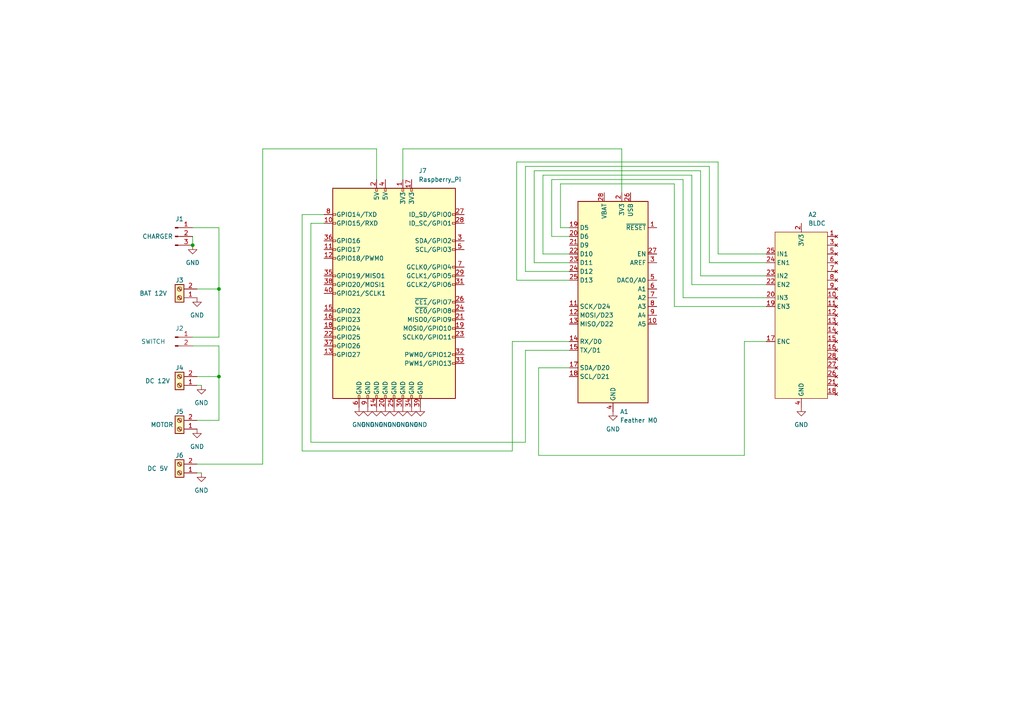
<source format=kicad_sch>
(kicad_sch (version 20211123) (generator eeschema)
  (paper "A4")
  (title_block (title "PiBLDC") (date "2023-08-15") (rev "v01") (company "Sony CSL - Paris") (comment 2 "https://creativecommons.org/licenses/by-sa/4.0/") (comment 3 "License: Creative Commons BY-SA 4.0") (comment 4 "Author: Peter Hanappe"))
  (lib_symbols
    (symbol "Connector:Conn_01x02_Male" (pin_names (offset 1.016) hide)
      (property "Reference" "J" (at 0 2.54 0))
      (property "Value" "Conn_01x02_Male" (at 0 -5.08 0))
      (symbol "Conn_01x02_Male_1_1"
        (polyline (pts (xy 1.27 -2.54) (xy 0.8636 -2.54)) (stroke (width 0.1524)))
        (polyline (pts (xy 1.27 0) (xy 0.8636 0)) (stroke (width 0.1524)))
        (rectangle (start 0.8636 -2.413) (end 0 -2.667) (stroke (width 0.1524)) (fill (type outline)))
        (rectangle (start 0.8636 0.127) (end 0 -0.127) (stroke (width 0.1524)) (fill (type outline)))
        (pin passive line (at 5.08 0 180) (length 3.81) (name "Pin_1") (number "1"))
        (pin passive line (at 5.08 -2.54 180) (length 3.81) (name "Pin_2") (number "2"))
      )
    )
    (symbol "Connector:Conn_01x03_Male" (pin_names (offset 1.016) hide)
      (property "Reference" "J" (at 0 5.08 0))
      (property "Value" "Conn_01x03_Male" (at 0 -5.08 0))
      (symbol "Conn_01x03_Male_1_1"
        (polyline (pts (xy 1.27 -2.54) (xy 0.8636 -2.54)) (stroke (width 0.1524)))
        (polyline (pts (xy 1.27 0) (xy 0.8636 0)) (stroke (width 0.1524)))
        (polyline (pts (xy 1.27 2.54) (xy 0.8636 2.54)) (stroke (width 0.1524)))
        (rectangle (start 0.8636 -2.413) (end 0 -2.667) (stroke (width 0.1524)) (fill (type outline)))
        (rectangle (start 0.8636 0.127) (end 0 -0.127) (stroke (width 0.1524)) (fill (type outline)))
        (rectangle (start 0.8636 2.667) (end 0 2.413) (stroke (width 0.1524)) (fill (type outline)))
        (pin passive line (at 5.08 2.54 180) (length 3.81) (name "Pin_1") (number "1"))
        (pin passive line (at 5.08 0 180) (length 3.81) (name "Pin_2") (number "2"))
        (pin passive line (at 5.08 -2.54 180) (length 3.81) (name "Pin_3") (number "3"))
      )
    )
    (symbol "Connector:Raspberry_Pi_2_3" (pin_names (offset 1.016))
      (property "Reference" "J" (at -17.78 31.75 0))
      (property "Value" "Raspberry_Pi_2_3" (at 10.16 -31.75 0))
      (symbol "Raspberry_Pi_2_3_0_1"
        (rectangle (start -17.78 30.48) (end 17.78 -30.48) (stroke (width 0.254)) (fill (type background)))
      )
      (symbol "Raspberry_Pi_2_3_1_1"
        (rectangle (start -16.891 -17.526) (end -17.78 -18.034))
        (rectangle (start -16.891 -14.986) (end -17.78 -15.494))
        (rectangle (start -16.891 -12.446) (end -17.78 -12.954))
        (rectangle (start -16.891 -9.906) (end -17.78 -10.414))
        (rectangle (start -16.891 -7.366) (end -17.78 -7.874))
        (rectangle (start -16.891 -4.826) (end -17.78 -5.334))
        (rectangle (start -16.891 0.254) (end -17.78 -0.254))
        (rectangle (start -16.891 2.794) (end -17.78 2.286))
        (rectangle (start -16.891 5.334) (end -17.78 4.826))
        (rectangle (start -16.891 10.414) (end -17.78 9.906))
        (rectangle (start -16.891 12.954) (end -17.78 12.446))
        (rectangle (start -16.891 15.494) (end -17.78 14.986))
        (rectangle (start -16.891 20.574) (end -17.78 20.066))
        (rectangle (start -16.891 23.114) (end -17.78 22.606))
        (rectangle (start -10.414 -29.591) (end -9.906 -30.48))
        (rectangle (start -7.874 -29.591) (end -7.366 -30.48))
        (rectangle (start -5.334 -29.591) (end -4.826 -30.48))
        (rectangle (start -5.334 30.48) (end -4.826 29.591))
        (rectangle (start -2.794 -29.591) (end -2.286 -30.48))
        (rectangle (start -2.794 30.48) (end -2.286 29.591))
        (rectangle (start -0.254 -29.591) (end 0.254 -30.48))
        (rectangle (start 2.286 -29.591) (end 2.794 -30.48))
        (rectangle (start 2.286 30.48) (end 2.794 29.591))
        (rectangle (start 4.826 -29.591) (end 5.334 -30.48))
        (rectangle (start 4.826 30.48) (end 5.334 29.591))
        (rectangle (start 7.366 -29.591) (end 7.874 -30.48))
        (rectangle (start 17.78 -20.066) (end 16.891 -20.574))
        (rectangle (start 17.78 -17.526) (end 16.891 -18.034))
        (rectangle (start 17.78 -12.446) (end 16.891 -12.954))
        (rectangle (start 17.78 -9.906) (end 16.891 -10.414))
        (rectangle (start 17.78 -7.366) (end 16.891 -7.874))
        (rectangle (start 17.78 -4.826) (end 16.891 -5.334))
        (rectangle (start 17.78 -2.286) (end 16.891 -2.794))
        (rectangle (start 17.78 2.794) (end 16.891 2.286))
        (rectangle (start 17.78 5.334) (end 16.891 4.826))
        (rectangle (start 17.78 7.874) (end 16.891 7.366))
        (rectangle (start 17.78 12.954) (end 16.891 12.446))
        (rectangle (start 17.78 15.494) (end 16.891 14.986))
        (rectangle (start 17.78 20.574) (end 16.891 20.066))
        (rectangle (start 17.78 23.114) (end 16.891 22.606))
        (pin power_in line (at 2.54 33.02 270) (length 2.54) (name "3V3") (number "1"))
        (pin bidirectional line (at -20.32 20.32 0) (length 2.54) (name "GPIO15/RXD") (number "10"))
        (pin bidirectional line (at -20.32 12.7 0) (length 2.54) (name "GPIO17") (number "11"))
        (pin bidirectional line (at -20.32 10.16 0) (length 2.54) (name "GPIO18/PWM0") (number "12"))
        (pin bidirectional line (at -20.32 -17.78 0) (length 2.54) (name "GPIO27") (number "13"))
        (pin power_in line (at -5.08 -33.02 90) (length 2.54) (name "GND") (number "14"))
        (pin bidirectional line (at -20.32 -5.08 0) (length 2.54) (name "GPIO22") (number "15"))
        (pin bidirectional line (at -20.32 -7.62 0) (length 2.54) (name "GPIO23") (number "16"))
        (pin power_in line (at 5.08 33.02 270) (length 2.54) (name "3V3") (number "17"))
        (pin bidirectional line (at -20.32 -10.16 0) (length 2.54) (name "GPIO24") (number "18"))
        (pin bidirectional line (at 20.32 -10.16 180) (length 2.54) (name "MOSI0/GPIO10") (number "19"))
        (pin power_in line (at -5.08 33.02 270) (length 2.54) (name "5V") (number "2"))
        (pin power_in line (at -2.54 -33.02 90) (length 2.54) (name "GND") (number "20"))
        (pin bidirectional line (at 20.32 -7.62 180) (length 2.54) (name "MISO0/GPIO9") (number "21"))
        (pin bidirectional line (at -20.32 -12.7 0) (length 2.54) (name "GPIO25") (number "22"))
        (pin bidirectional line (at 20.32 -12.7 180) (length 2.54) (name "SCLK0/GPIO11") (number "23"))
        (pin bidirectional line (at 20.32 -5.08 180) (length 2.54) (name "~{CE0}/GPIO8") (number "24"))
        (pin power_in line (at 0 -33.02 90) (length 2.54) (name "GND") (number "25"))
        (pin bidirectional line (at 20.32 -2.54 180) (length 2.54) (name "~{CE1}/GPIO7") (number "26"))
        (pin bidirectional line (at 20.32 22.86 180) (length 2.54) (name "ID_SD/GPIO0") (number "27"))
        (pin bidirectional line (at 20.32 20.32 180) (length 2.54) (name "ID_SC/GPIO1") (number "28"))
        (pin bidirectional line (at 20.32 5.08 180) (length 2.54) (name "GCLK1/GPIO5") (number "29"))
        (pin bidirectional line (at 20.32 15.24 180) (length 2.54) (name "SDA/GPIO2") (number "3"))
        (pin power_in line (at 2.54 -33.02 90) (length 2.54) (name "GND") (number "30"))
        (pin bidirectional line (at 20.32 2.54 180) (length 2.54) (name "GCLK2/GPIO6") (number "31"))
        (pin bidirectional line (at 20.32 -17.78 180) (length 2.54) (name "PWM0/GPIO12") (number "32"))
        (pin bidirectional line (at 20.32 -20.32 180) (length 2.54) (name "PWM1/GPIO13") (number "33"))
        (pin power_in line (at 5.08 -33.02 90) (length 2.54) (name "GND") (number "34"))
        (pin bidirectional line (at -20.32 5.08 0) (length 2.54) (name "GPIO19/MISO1") (number "35"))
        (pin bidirectional line (at -20.32 15.24 0) (length 2.54) (name "GPIO16") (number "36"))
        (pin bidirectional line (at -20.32 -15.24 0) (length 2.54) (name "GPIO26") (number "37"))
        (pin bidirectional line (at -20.32 2.54 0) (length 2.54) (name "GPIO20/MOSI1") (number "38"))
        (pin power_in line (at 7.62 -33.02 90) (length 2.54) (name "GND") (number "39"))
        (pin power_in line (at -2.54 33.02 270) (length 2.54) (name "5V") (number "4"))
        (pin bidirectional line (at -20.32 0 0) (length 2.54) (name "GPIO21/SCLK1") (number "40"))
        (pin bidirectional line (at 20.32 12.7 180) (length 2.54) (name "SCL/GPIO3") (number "5"))
        (pin power_in line (at -10.16 -33.02 90) (length 2.54) (name "GND") (number "6"))
        (pin bidirectional line (at 20.32 7.62 180) (length 2.54) (name "GCLK0/GPIO4") (number "7"))
        (pin bidirectional line (at -20.32 22.86 0) (length 2.54) (name "GPIO14/TXD") (number "8"))
        (pin power_in line (at -7.62 -33.02 90) (length 2.54) (name "GND") (number "9"))
      )
    )
    (symbol "Connector:Screw_Terminal_01x02" (pin_names (offset 1.016) hide)
      (property "Reference" "J" (at 0 2.54 0))
      (property "Value" "Screw_Terminal_01x02" (at 0 -5.08 0))
      (symbol "Screw_Terminal_01x02_1_1"
        (rectangle (start -1.27 1.27) (end 1.27 -3.81) (stroke (width 0.254)) (fill (type background)))
        (circle (center 0 -2.54) (radius 0.635) (stroke (width 0.1524)))
        (polyline (pts (xy -0.5334 -2.2098) (xy 0.3302 -3.048)) (stroke (width 0.1524)))
        (polyline (pts (xy -0.5334 0.3302) (xy 0.3302 -0.508)) (stroke (width 0.1524)))
        (polyline (pts (xy -0.3556 -2.032) (xy 0.508 -2.8702)) (stroke (width 0.1524)))
        (polyline (pts (xy -0.3556 0.508) (xy 0.508 -0.3302)) (stroke (width 0.1524)))
        (circle (center 0 0) (radius 0.635) (stroke (width 0.1524)))
        (pin passive line (at -5.08 0 0) (length 3.81) (name "Pin_1") (number "1"))
        (pin passive line (at -5.08 -2.54 0) (length 3.81) (name "Pin_2") (number "2"))
      )
    )
    (symbol "MCU_Module:Adafruit_Feather_M0_Basic_Proto"
      (property "Reference" "A" (at -10.16 29.21 0))
      (property "Value" "Adafruit_Feather_M0_Basic_Proto" (at 2.54 -31.75 0))
      (symbol "Adafruit_Feather_M0_Basic_Proto_0_1"
        (rectangle (start -10.16 27.94) (end 10.16 -30.48) (stroke (width 0.254)) (fill (type background)))
      )
      (symbol "Adafruit_Feather_M0_Basic_Proto_1_1"
        (pin input line (at 12.7 20.32 180) (length 2.54) (name "~{RESET}") (number "1"))
        (pin bidirectional line (at 12.7 -7.62 180) (length 2.54) (name "A5") (number "10"))
        (pin bidirectional line (at -12.7 -2.54 0) (length 2.54) (name "SCK/D24") (number "11"))
        (pin bidirectional line (at -12.7 -5.08 0) (length 2.54) (name "MOSI/D23") (number "12"))
        (pin bidirectional line (at -12.7 -7.62 0) (length 2.54) (name "MISO/D22") (number "13"))
        (pin bidirectional line (at -12.7 -12.7 0) (length 2.54) (name "RX/D0") (number "14"))
        (pin bidirectional line (at -12.7 -15.24 0) (length 2.54) (name "TX/D1") (number "15"))
        (pin passive line (at 0 -33.02 90) (length 2.54) hide (name "GND") (number "16"))
        (pin bidirectional line (at -12.7 -20.32 0) (length 2.54) (name "SDA/D20") (number "17"))
        (pin bidirectional line (at -12.7 -22.86 0) (length 2.54) (name "SCL/D21") (number "18"))
        (pin bidirectional line (at -12.7 20.32 0) (length 2.54) (name "D5") (number "19"))
        (pin power_in line (at 2.54 30.48 270) (length 2.54) (name "3V3") (number "2"))
        (pin bidirectional line (at -12.7 17.78 0) (length 2.54) (name "D6") (number "20"))
        (pin bidirectional line (at -12.7 15.24 0) (length 2.54) (name "D9") (number "21"))
        (pin bidirectional line (at -12.7 12.7 0) (length 2.54) (name "D10") (number "22"))
        (pin bidirectional line (at -12.7 10.16 0) (length 2.54) (name "D11") (number "23"))
        (pin bidirectional line (at -12.7 7.62 0) (length 2.54) (name "D12") (number "24"))
        (pin bidirectional line (at -12.7 5.08 0) (length 2.54) (name "D13") (number "25"))
        (pin power_in line (at 5.08 30.48 270) (length 2.54) (name "USB") (number "26"))
        (pin input line (at 12.7 12.7 180) (length 2.54) (name "EN") (number "27"))
        (pin power_in line (at -2.54 30.48 270) (length 2.54) (name "VBAT") (number "28"))
        (pin input line (at 12.7 10.16 180) (length 2.54) (name "AREF") (number "3"))
        (pin power_in line (at 0 -33.02 90) (length 2.54) (name "GND") (number "4"))
        (pin bidirectional line (at 12.7 5.08 180) (length 2.54) (name "DAC0/A0") (number "5"))
        (pin bidirectional line (at 12.7 2.54 180) (length 2.54) (name "A1") (number "6"))
        (pin bidirectional line (at 12.7 0 180) (length 2.54) (name "A2") (number "7"))
        (pin bidirectional line (at 12.7 -2.54 180) (length 2.54) (name "A3") (number "8"))
        (pin bidirectional line (at 12.7 -5.08 180) (length 2.54) (name "A4") (number "9"))
      )
    )
    (symbol "PiBLDC:BLDC"
      (property "Reference" "A" (at -6.35 24.13 0))
      (property "Value" "BLDC" (at 5.08 -27.94 0))
      (symbol "BLDC_0_1"
        (rectangle (start -7.62 22.86) (end 7.62 -25.4) (fill (type background)))
      )
      (symbol "BLDC_1_1"
        (pin no_connect line (at 10.16 21.59 180) (length 2.54) (name "") (number "1"))
        (pin no_connect line (at 10.16 3.81 180) (length 2.54) (name "") (number "10"))
        (pin no_connect line (at 10.16 1.27 180) (length 2.54) (name "") (number "11"))
        (pin no_connect line (at 10.16 -1.27 180) (length 2.54) (name "") (number "12"))
        (pin no_connect line (at 10.16 -3.81 180) (length 2.54) (name "") (number "13"))
        (pin no_connect line (at 10.16 -6.35 180) (length 2.54) (name "") (number "14"))
        (pin no_connect line (at 10.16 -8.89 180) (length 2.54) (name "") (number "15"))
        (pin no_connect line (at 10.16 -11.43 180) (length 2.54) (name "") (number "16"))
        (pin output line (at -10.16 -8.89 0) (length 2.54) (name "ENC") (number "17"))
        (pin no_connect line (at 10.16 -24.13 180) (length 2.54) (name "") (number "18"))
        (pin input line (at -10.16 1.27 0) (length 2.54) (name "EN3") (number "19"))
        (pin power_in line (at 0 25.4 270) (length 2.54) (name "3V3") (number "2"))
        (pin input line (at -10.16 3.81 0) (length 2.54) (name "IN3") (number "20"))
        (pin no_connect line (at 10.16 -21.59 180) (length 2.54) (name "") (number "21"))
        (pin input line (at -10.16 7.62 0) (length 2.54) (name "EN2") (number "22"))
        (pin input line (at -10.16 10.16 0) (length 2.54) (name "IN2") (number "23"))
        (pin input line (at -10.16 13.97 0) (length 2.54) (name "EN1") (number "24"))
        (pin input line (at -10.16 16.51 0) (length 2.54) (name "IN1") (number "25"))
        (pin no_connect line (at 10.16 -19.05 180) (length 2.54) (name "") (number "26"))
        (pin no_connect line (at 10.16 -16.51 180) (length 2.54) (name "") (number "27"))
        (pin no_connect line (at 10.16 -13.97 180) (length 2.54) (name "") (number "28"))
        (pin no_connect line (at 10.16 19.05 180) (length 2.54) (name "") (number "3"))
        (pin power_out line (at 0 -27.94 90) (length 2.54) (name "GND") (number "4"))
        (pin no_connect line (at 10.16 16.51 180) (length 2.54) (name "") (number "5"))
        (pin no_connect line (at 10.16 13.97 180) (length 2.54) (name "") (number "6"))
        (pin no_connect line (at 10.16 11.43 180) (length 2.54) (name "") (number "7"))
        (pin no_connect line (at 10.16 8.89 180) (length 2.54) (name "") (number "8"))
        (pin no_connect line (at 10.16 6.35 180) (length 2.54) (name "") (number "9"))
      )
    )
    (symbol "power:GND" (power) (pin_names (offset 0))
      (property "Value" "GND" (at 0 -3.81 0))
      (symbol "GND_0_1"
        (polyline (pts (xy 0 0) (xy 0 -1.27) (xy 1.27 -1.27) (xy 0 -2.54) (xy -1.27 -1.27) (xy 0 -1.27)))
      )
      (symbol "GND_1_1"
        (pin power_in line (at 0 0 270) (length 0) hide (name "GND") (number "1"))
      )
    )
  )
  (junction (at 63.5 83.82))
  (junction (at 55.88 71.12))
  (junction (at 63.5 109.22))
  (wire (pts (xy 63.5 83.82) (xy 63.5 97.79)))
  (wire (pts (xy 57.15 137.16) (xy 58.42 137.16)))
  (wire (pts (xy 57.15 134.62) (xy 76.2 134.62)))
  (wire (pts (xy 205.74 48.26) (xy 205.74 76.2)))
  (wire (pts (xy 203.2 80.01) (xy 222.25 80.01)))
  (wire (pts (xy 93.98 64.77) (xy 90.17 64.77)))
  (wire (pts (xy 63.5 109.22) (xy 57.15 109.22)))
  (wire (pts (xy 76.2 43.18) (xy 76.2 134.62)))
  (wire (pts (xy 165.1 78.74) (xy 152.4 78.74)))
  (wire (pts (xy 152.4 128.27) (xy 152.4 101.6)))
  (wire (pts (xy 165.1 68.58) (xy 160.02 68.58)))
  (wire (pts (xy 160.02 68.58) (xy 160.02 52.07)))
  (wire (pts (xy 63.5 66.04) (xy 63.5 83.82)))
  (wire (pts (xy 222.25 99.06) (xy 215.9 99.06)))
  (wire (pts (xy 215.9 99.06) (xy 215.9 132.08)))
  (wire (pts (xy 195.58 53.34) (xy 195.58 88.9)))
  (wire (pts (xy 116.84 43.18) (xy 116.84 52.07)))
  (wire (pts (xy 152.4 48.26) (xy 205.74 48.26)))
  (wire (pts (xy 55.88 68.58) (xy 55.88 71.12)))
  (wire (pts (xy 165.1 66.04) (xy 162.56 66.04)))
  (wire (pts (xy 154.94 76.2) (xy 154.94 49.53)))
  (wire (pts (xy 149.86 46.99) (xy 208.28 46.99)))
  (wire (pts (xy 162.56 66.04) (xy 162.56 53.34)))
  (wire (pts (xy 165.1 81.28) (xy 149.86 81.28)))
  (wire (pts (xy 87.63 62.23) (xy 87.63 130.81)))
  (wire (pts (xy 90.17 64.77) (xy 90.17 128.27)))
  (wire (pts (xy 203.2 49.53) (xy 203.2 80.01)))
  (wire (pts (xy 63.5 121.92) (xy 57.15 121.92)))
  (wire (pts (xy 148.59 130.81) (xy 148.59 99.06)))
  (wire (pts (xy 156.21 132.08) (xy 156.21 106.68)))
  (wire (pts (xy 63.5 109.22) (xy 63.5 121.92)))
  (wire (pts (xy 180.34 43.18) (xy 180.34 55.88)))
  (wire (pts (xy 165.1 73.66) (xy 157.48 73.66)))
  (wire (pts (xy 109.22 43.18) (xy 76.2 43.18)))
  (wire (pts (xy 87.63 130.81) (xy 148.59 130.81)))
  (wire (pts (xy 215.9 132.08) (xy 156.21 132.08)))
  (wire (pts (xy 208.28 46.99) (xy 208.28 73.66)))
  (wire (pts (xy 149.86 81.28) (xy 149.86 46.99)))
  (wire (pts (xy 63.5 97.79) (xy 55.88 97.79)))
  (wire (pts (xy 63.5 100.33) (xy 63.5 109.22)))
  (wire (pts (xy 200.66 82.55) (xy 222.25 82.55)))
  (wire (pts (xy 152.4 78.74) (xy 152.4 48.26)))
  (wire (pts (xy 157.48 50.8) (xy 200.66 50.8)))
  (wire (pts (xy 57.15 111.76) (xy 58.42 111.76)))
  (wire (pts (xy 157.48 73.66) (xy 157.48 50.8)))
  (wire (pts (xy 90.17 128.27) (xy 152.4 128.27)))
  (wire (pts (xy 154.94 49.53) (xy 203.2 49.53)))
  (wire (pts (xy 55.88 66.04) (xy 63.5 66.04)))
  (wire (pts (xy 152.4 101.6) (xy 165.1 101.6)))
  (wire (pts (xy 208.28 73.66) (xy 222.25 73.66)))
  (wire (pts (xy 198.12 52.07) (xy 198.12 86.36)))
  (wire (pts (xy 198.12 86.36) (xy 222.25 86.36)))
  (wire (pts (xy 195.58 88.9) (xy 222.25 88.9)))
  (wire (pts (xy 57.15 83.82) (xy 63.5 83.82)))
  (wire (pts (xy 148.59 99.06) (xy 165.1 99.06)))
  (wire (pts (xy 156.21 106.68) (xy 165.1 106.68)))
  (wire (pts (xy 162.56 53.34) (xy 195.58 53.34)))
  (wire (pts (xy 109.22 43.18) (xy 109.22 52.07)))
  (wire (pts (xy 116.84 43.18) (xy 180.34 43.18)))
  (wire (pts (xy 205.74 76.2) (xy 222.25 76.2)))
  (wire (pts (xy 200.66 50.8) (xy 200.66 82.55)))
  (wire (pts (xy 165.1 76.2) (xy 154.94 76.2)))
  (wire (pts (xy 93.98 62.23) (xy 87.63 62.23)))
  (wire (pts (xy 55.88 100.33) (xy 63.5 100.33)))
  (wire (pts (xy 160.02 52.07) (xy 198.12 52.07)))
  (symbol (lib_id "Connector:Screw_Terminal_01x02") (at 52.07 86.36 180) (unit 1)
    (property "Reference" "J3" (at 52.07 81.28 0))
    (property "Value" "BAT 12V" (at 44.45 85.09 0))
    (property "Footprint" "TerminalBlock_Phoenix:TerminalBlock_Phoenix_PT-1,5-2-3.5-H_1x02_P3.50mm_Horizontal" (effects hide))
  )
  (symbol (lib_id "Connector:Screw_Terminal_01x02") (at 52.07 124.46 180) (unit 1)
    (property "Reference" "J5" (at 52.07 119.38 0))
    (property "Value" "MOTOR" (at 46.99 123.19 0))
    (property "Footprint" "TerminalBlock_Phoenix:TerminalBlock_Phoenix_PT-1,5-2-3.5-H_1x02_P3.50mm_Horizontal" (effects hide))
  )
  (symbol (lib_id "power:GND") (at 121.92 118.11 0) (unit 1)
    (property "Reference" "#PWR06" (effects hide))
    (property "Value" "GND" (at 121.92 123.19 0))
  )
  (symbol (lib_id "Connector:Conn_01x03_Male") (at 50.8 68.58 0) (unit 1)
    (property "Reference" "J1" (at 52.07 63.5 0))
    (property "Value" "CHARGER" (at 45.72 68.58 0))
    (property "Footprint" "Connector_Molex:Molex_Micro-Fit_3.0_43650-0300_1x03_P3.00mm_Horizontal" (effects hide))
  )
  (symbol (lib_id "power:GND") (at 111.76 118.11 0) (unit 1)
    (property "Reference" "#PWR0106" (effects hide))
    (property "Value" "GND" (at 111.76 123.19 0))
  )
  (symbol (lib_id "power:GND") (at 114.3 118.11 0) (unit 1)
    (property "Reference" "#PWR0107" (effects hide))
    (property "Value" "GND" (at 114.3 123.19 0))
  )
  (symbol (lib_id "power:GND") (at 109.22 118.11 0) (unit 1)
    (property "Reference" "#PWR0105" (effects hide))
    (property "Value" "GND" (at 109.22 123.19 0))
  )
  (symbol (lib_id "MCU_Module:Adafruit_Feather_M0_Basic_Proto") (at 177.8 86.36 0) (unit 1)
    (property "Reference" "A1" (at 179.8194 119.38 0) (effects (justify left)))
    (property "Value" "Feather M0" (at 179.8194 121.92 0) (effects (justify left)))
    (property "Footprint" "Module:Adafruit_Feather" (effects hide))
    (property "Datasheet" "https://cdn-learn.adafruit.com/downloads/pdf/adafruit-feather-m0-basic-proto.pdf" (effects hide))
  )
  (symbol (lib_id "power:GND") (at 119.38 118.11 0) (unit 1)
    (property "Reference" "#PWR0103" (effects hide))
    (property "Value" "GND" (at 119.38 123.19 0))
  )
  (symbol (lib_id "power:GND") (at 55.88 71.12 0) (unit 1)
    (property "Reference" "#PWR01" (effects hide))
    (property "Value" "GND" (at 55.88 76.2 0))
  )
  (symbol (lib_id "power:GND") (at 58.42 137.16 0) (unit 1)
    (property "Reference" "#PWR05" (effects hide))
    (property "Value" "GND" (at 58.42 142.24 0))
  )
  (symbol (lib_id "Connector:Screw_Terminal_01x02") (at 52.07 137.16 180) (unit 1)
    (property "Reference" "J6" (at 52.07 132.08 0))
    (property "Value" "DC 5V" (at 45.72 135.89 0))
    (property "Footprint" "TerminalBlock_Phoenix:TerminalBlock_Phoenix_PT-1,5-2-3.5-H_1x02_P3.50mm_Horizontal" (effects hide))
  )
  (symbol (lib_id "Connector:Screw_Terminal_01x02") (at 52.07 111.76 180) (unit 1)
    (property "Reference" "J4" (at 52.07 106.68 0))
    (property "Value" "DC 12V" (at 45.72 110.49 0))
    (property "Footprint" "TerminalBlock_Phoenix:TerminalBlock_Phoenix_PT-1,5-2-3.5-H_1x02_P3.50mm_Horizontal" (effects hide))
  )
  (symbol (lib_id "power:GND") (at 58.42 111.76 0) (unit 1)
    (property "Reference" "#PWR04" (effects hide))
    (property "Value" "GND" (at 58.42 116.84 0))
  )
  (symbol (lib_id "power:GND") (at 116.84 118.11 0) (unit 1)
    (property "Reference" "#PWR0102" (effects hide))
    (property "Value" "GND" (at 116.84 123.19 0))
  )
  (symbol (lib_id "Connector:Conn_01x02_Male") (at 50.8 97.79 0) (unit 1)
    (property "Reference" "J2" (at 52.07 95.25 0))
    (property "Value" "SWITCH" (at 44.45 99.06 0))
    (property "Footprint" "Connector_Molex:Molex_Micro-Fit_3.0_43650-0200_1x02_P3.00mm_Horizontal" (effects hide))
  )
  (symbol (lib_id "Connector:Raspberry_Pi_2_3") (at 114.3 85.09 0) (unit 1)
    (property "Reference" "J7" (at 121.3994 49.53 0) (effects (justify left)))
    (property "Value" "Raspberry_Pi" (at 121.3994 52.07 0) (effects (justify left)))
    (property "Footprint" "Connector_PinHeader_2.54mm:PinHeader_2x20_P2.54mm_Vertical" (effects hide))
    (property "Datasheet" "https://www.raspberrypi.org/documentation/hardware/raspberrypi/schematics/rpi_SCH_3bplus_1p0_reduced.pdf" (effects hide))
  )
  (symbol (lib_id "power:GND") (at 232.41 118.11 0) (unit 1)
    (property "Reference" "#PWR08" (effects hide))
    (property "Value" "GND" (at 232.41 123.19 0))
  )
  (symbol (lib_id "power:GND") (at 57.15 86.36 0) (unit 1)
    (property "Reference" "#PWR02" (effects hide))
    (property "Value" "GND" (at 57.15 91.44 0))
  )
  (symbol (lib_id "power:GND") (at 177.8 119.38 0) (unit 1)
    (property "Reference" "#PWR07" (effects hide))
    (property "Value" "GND" (at 177.8 124.46 0))
  )
  (symbol (lib_id "power:GND") (at 57.15 124.46 0) (unit 1)
    (property "Reference" "#PWR03" (effects hide))
    (property "Value" "GND" (at 57.15 129.54 0))
  )
  (symbol (lib_id "power:GND") (at 106.68 118.11 0) (unit 1)
    (property "Reference" "#PWR0104" (effects hide))
    (property "Value" "GND" (at 106.68 123.19 0))
  )
  (symbol (lib_id "PiBLDC:BLDC") (at 232.41 90.17 0) (unit 1)
    (property "Reference" "A2" (at 234.4294 62.23 0) (effects (justify left)))
    (property "Value" "BLDC" (at 234.4294 64.77 0) (effects (justify left)))
    (property "Footprint" "Module:Adafruit_Feather" (effects hide))
  )
  (symbol (lib_id "power:GND") (at 104.14 118.11 0) (unit 1)
    (property "Reference" "#PWR0101" (effects hide))
    (property "Value" "GND" (at 104.14 123.19 0))
  )
)
</source>
